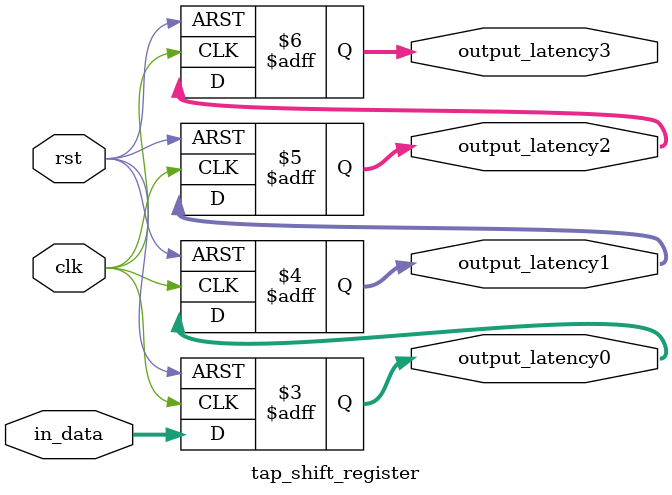
<source format=v>
`timescale 1ns / 1ps


module tap_shift_register(
    input [7:0] in_data,
    input clk,
//    input en,
    input rst,
    output reg [7:0] output_latency0,
    output reg [7:0] output_latency1,
    output reg [7:0] output_latency2,
    output reg [7:0] output_latency3
    );
 
always@(posedge clk,negedge rst)begin
    if(rst == 1'b0)begin output_latency0 = 0; output_latency1 = 0; output_latency2 = 0; output_latency3 = 0;end
    else begin
        output_latency0 <= in_data;
        output_latency1 <= output_latency0;
        output_latency2 <= output_latency1;
        output_latency3 <= output_latency2;
        end
    end
    
endmodule

</source>
